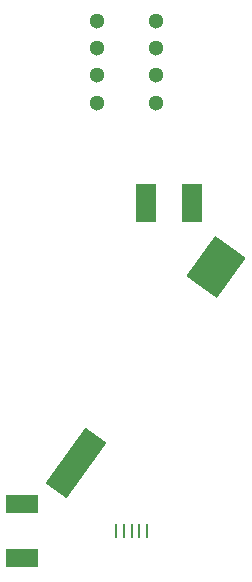
<source format=gbr>
G04 DipTrace 3.2.0.1*
G04 BottomPaste.gbr*
%MOIN*%
G04 #@! TF.FileFunction,Paste,Bot*
G04 #@! TF.Part,Single*
%AMOUTLINE5*
4,1,4,
0.101868,0.067333,
-0.031587,-0.117956,
-0.101868,-0.067333,
0.031587,0.117956,
0.101868,0.067333,
0*%
%AMOUTLINE8*
4,1,4,
0.099435,0.030272,
0.002793,-0.103902,
-0.099435,-0.030272,
-0.002793,0.103902,
0.099435,0.030272,
0*%
%ADD53R,0.007874X0.045276*%
%ADD79C,0.051181*%
%ADD85R,0.066929X0.125984*%
%ADD87R,0.106299X0.064961*%
%ADD100OUTLINE5*%
%ADD103OUTLINE8*%
%FSLAX26Y26*%
G04*
G70*
G90*
G75*
G01*
G04 BotPaste*
%LPD*%
D87*
X-349234Y-1507504D3*
Y-1688606D3*
D85*
X64091Y-503238D3*
X217634D3*
D79*
X98425Y102362D3*
X-98425D3*
X98425Y11811D3*
X-98425D3*
X98425Y-78740D3*
X-98425D3*
X98425Y-169291D3*
X-98425D3*
D100*
X-170356Y-1369114D3*
D103*
X297883Y-719004D3*
D53*
X16311Y-1595785D3*
X-9280D3*
X41902D3*
X67492D3*
X-34870D3*
M02*

</source>
